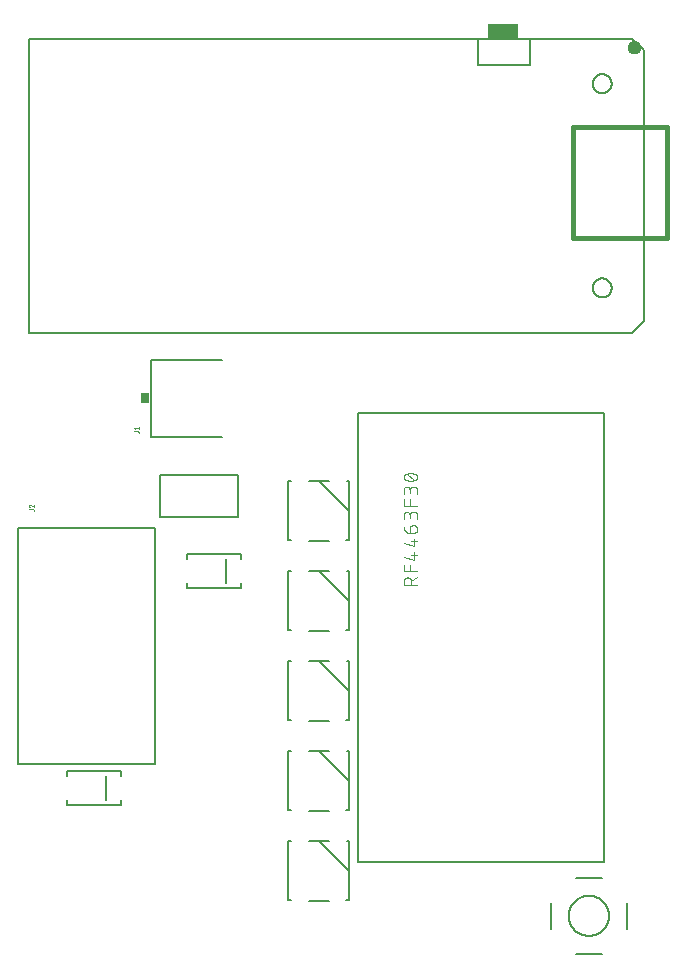
<source format=gto>
G04 EAGLE Gerber RS-274X export*
G75*
%MOMM*%
%FSLAX34Y34*%
%LPD*%
%INSilkscreen Top*%
%IPPOS*%
%AMOC8*
5,1,8,0,0,1.08239X$1,22.5*%
G01*
%ADD10C,0.203200*%
%ADD11C,0.150000*%
%ADD12C,0.400000*%
%ADD13C,0.800000*%
%ADD14R,2.540000X1.270000*%
%ADD15R,0.762000X0.863600*%
%ADD16C,0.025400*%
%ADD17C,0.127000*%
%ADD18C,0.101600*%


D10*
X46850Y168750D02*
X46850Y173250D01*
X92850Y173250D01*
X92850Y168750D01*
X92850Y148750D02*
X92850Y144250D01*
X46850Y144250D01*
X46850Y148750D01*
X79850Y148750D02*
X79850Y168750D01*
X234188Y292608D02*
X236728Y292608D01*
X234188Y292608D02*
X234188Y293116D01*
X234239Y293116D01*
X234239Y342621D01*
X236550Y342621D01*
X283540Y292405D02*
X286258Y292405D01*
X286258Y292913D01*
X286283Y292913D01*
X286283Y342595D01*
X284023Y342595D01*
X269240Y292100D02*
X252222Y292100D01*
X251714Y342900D02*
X260350Y342900D01*
X268986Y342900D01*
X260350Y342900D02*
X285750Y317500D01*
X236728Y368808D02*
X234188Y368808D01*
X234188Y369316D01*
X234239Y369316D01*
X234239Y418821D01*
X236550Y418821D01*
X283540Y368605D02*
X286258Y368605D01*
X286258Y369113D01*
X286283Y369113D01*
X286283Y418795D01*
X284023Y418795D01*
X269240Y368300D02*
X252222Y368300D01*
X251714Y419100D02*
X260350Y419100D01*
X268986Y419100D01*
X260350Y419100D02*
X285750Y393700D01*
X236728Y216408D02*
X234188Y216408D01*
X234188Y216916D01*
X234239Y216916D01*
X234239Y266421D01*
X236550Y266421D01*
X283540Y216205D02*
X286258Y216205D01*
X286258Y216713D01*
X286283Y216713D01*
X286283Y266395D01*
X284023Y266395D01*
X269240Y215900D02*
X252222Y215900D01*
X251714Y266700D02*
X260350Y266700D01*
X268986Y266700D01*
X260350Y266700D02*
X285750Y241300D01*
X236728Y140208D02*
X234188Y140208D01*
X234188Y140716D01*
X234239Y140716D01*
X234239Y190221D01*
X236550Y190221D01*
X283540Y140005D02*
X286258Y140005D01*
X286258Y140513D01*
X286283Y140513D01*
X286283Y190195D01*
X284023Y190195D01*
X269240Y139700D02*
X252222Y139700D01*
X251714Y190500D02*
X260350Y190500D01*
X268986Y190500D01*
X260350Y190500D02*
X285750Y165100D01*
X236728Y64008D02*
X234188Y64008D01*
X234188Y64516D01*
X234239Y64516D01*
X234239Y114021D01*
X236550Y114021D01*
X283540Y63805D02*
X286258Y63805D01*
X286258Y64313D01*
X286283Y64313D01*
X286283Y113995D01*
X284023Y113995D01*
X269240Y63500D02*
X252222Y63500D01*
X251714Y114300D02*
X260350Y114300D01*
X268986Y114300D01*
X260350Y114300D02*
X285750Y88900D01*
X148450Y352900D02*
X148450Y357400D01*
X194450Y357400D01*
X194450Y352900D01*
X194450Y332900D02*
X194450Y328400D01*
X148450Y328400D01*
X148450Y332900D01*
X181450Y332900D02*
X181450Y352900D01*
X125980Y388620D02*
X125980Y424180D01*
X191520Y424180D01*
X191520Y388620D01*
X125980Y388620D01*
D11*
X15250Y544450D02*
X15250Y793450D01*
X525250Y793450D01*
X535250Y783450D01*
X535250Y554450D01*
X525250Y544450D01*
X15250Y544450D01*
D12*
X475250Y624450D02*
X555250Y624450D01*
X475250Y624450D02*
X475250Y718450D01*
X555250Y718450D01*
X555250Y624450D01*
D13*
X525254Y786130D02*
X525256Y786214D01*
X525262Y786298D01*
X525272Y786382D01*
X525285Y786465D01*
X525303Y786547D01*
X525325Y786629D01*
X525350Y786709D01*
X525379Y786788D01*
X525412Y786866D01*
X525448Y786942D01*
X525488Y787016D01*
X525531Y787088D01*
X525577Y787158D01*
X525627Y787226D01*
X525680Y787292D01*
X525736Y787355D01*
X525795Y787415D01*
X525857Y787472D01*
X525921Y787527D01*
X525988Y787578D01*
X526057Y787626D01*
X526128Y787671D01*
X526201Y787713D01*
X526276Y787751D01*
X526353Y787785D01*
X526431Y787816D01*
X526511Y787843D01*
X526592Y787867D01*
X526674Y787886D01*
X526757Y787902D01*
X526840Y787914D01*
X526924Y787922D01*
X527008Y787926D01*
X527092Y787926D01*
X527176Y787922D01*
X527260Y787914D01*
X527343Y787902D01*
X527426Y787886D01*
X527508Y787867D01*
X527589Y787843D01*
X527669Y787816D01*
X527747Y787785D01*
X527824Y787751D01*
X527899Y787713D01*
X527972Y787671D01*
X528043Y787626D01*
X528112Y787578D01*
X528179Y787527D01*
X528243Y787472D01*
X528305Y787415D01*
X528364Y787355D01*
X528420Y787292D01*
X528473Y787226D01*
X528523Y787158D01*
X528569Y787088D01*
X528612Y787016D01*
X528652Y786942D01*
X528688Y786866D01*
X528721Y786788D01*
X528750Y786709D01*
X528775Y786629D01*
X528797Y786547D01*
X528815Y786465D01*
X528828Y786382D01*
X528838Y786298D01*
X528844Y786214D01*
X528846Y786130D01*
X528844Y786046D01*
X528838Y785962D01*
X528828Y785878D01*
X528815Y785795D01*
X528797Y785713D01*
X528775Y785631D01*
X528750Y785551D01*
X528721Y785472D01*
X528688Y785394D01*
X528652Y785318D01*
X528612Y785244D01*
X528569Y785172D01*
X528523Y785102D01*
X528473Y785034D01*
X528420Y784968D01*
X528364Y784905D01*
X528305Y784845D01*
X528243Y784788D01*
X528179Y784733D01*
X528112Y784682D01*
X528043Y784634D01*
X527972Y784589D01*
X527899Y784547D01*
X527824Y784509D01*
X527747Y784475D01*
X527669Y784444D01*
X527589Y784417D01*
X527508Y784393D01*
X527426Y784374D01*
X527343Y784358D01*
X527260Y784346D01*
X527176Y784338D01*
X527092Y784334D01*
X527008Y784334D01*
X526924Y784338D01*
X526840Y784346D01*
X526757Y784358D01*
X526674Y784374D01*
X526592Y784393D01*
X526511Y784417D01*
X526431Y784444D01*
X526353Y784475D01*
X526276Y784509D01*
X526201Y784547D01*
X526128Y784589D01*
X526057Y784634D01*
X525988Y784682D01*
X525921Y784733D01*
X525857Y784788D01*
X525795Y784845D01*
X525736Y784905D01*
X525680Y784968D01*
X525627Y785034D01*
X525577Y785102D01*
X525531Y785172D01*
X525488Y785244D01*
X525448Y785318D01*
X525412Y785394D01*
X525379Y785472D01*
X525350Y785551D01*
X525325Y785631D01*
X525303Y785713D01*
X525285Y785795D01*
X525272Y785878D01*
X525262Y785962D01*
X525256Y786046D01*
X525254Y786130D01*
D11*
X492218Y582450D02*
X492220Y582647D01*
X492228Y582844D01*
X492240Y583041D01*
X492257Y583237D01*
X492278Y583433D01*
X492305Y583629D01*
X492336Y583823D01*
X492372Y584017D01*
X492413Y584210D01*
X492459Y584402D01*
X492509Y584592D01*
X492564Y584782D01*
X492623Y584969D01*
X492688Y585156D01*
X492756Y585341D01*
X492829Y585524D01*
X492907Y585705D01*
X492989Y585884D01*
X493076Y586061D01*
X493166Y586236D01*
X493261Y586409D01*
X493361Y586579D01*
X493464Y586747D01*
X493572Y586912D01*
X493683Y587075D01*
X493799Y587235D01*
X493918Y587392D01*
X494041Y587545D01*
X494168Y587696D01*
X494299Y587844D01*
X494433Y587988D01*
X494571Y588129D01*
X494712Y588267D01*
X494856Y588401D01*
X495004Y588532D01*
X495155Y588659D01*
X495308Y588782D01*
X495465Y588901D01*
X495625Y589017D01*
X495788Y589128D01*
X495953Y589236D01*
X496121Y589339D01*
X496291Y589439D01*
X496464Y589534D01*
X496639Y589624D01*
X496816Y589711D01*
X496995Y589793D01*
X497176Y589871D01*
X497359Y589944D01*
X497544Y590012D01*
X497731Y590077D01*
X497918Y590136D01*
X498108Y590191D01*
X498298Y590241D01*
X498490Y590287D01*
X498683Y590328D01*
X498877Y590364D01*
X499071Y590395D01*
X499267Y590422D01*
X499463Y590443D01*
X499659Y590460D01*
X499856Y590472D01*
X500053Y590480D01*
X500250Y590482D01*
X500447Y590480D01*
X500644Y590472D01*
X500841Y590460D01*
X501037Y590443D01*
X501233Y590422D01*
X501429Y590395D01*
X501623Y590364D01*
X501817Y590328D01*
X502010Y590287D01*
X502202Y590241D01*
X502392Y590191D01*
X502582Y590136D01*
X502769Y590077D01*
X502956Y590012D01*
X503141Y589944D01*
X503324Y589871D01*
X503505Y589793D01*
X503684Y589711D01*
X503861Y589624D01*
X504036Y589534D01*
X504209Y589439D01*
X504379Y589339D01*
X504547Y589236D01*
X504712Y589128D01*
X504875Y589017D01*
X505035Y588901D01*
X505192Y588782D01*
X505345Y588659D01*
X505496Y588532D01*
X505644Y588401D01*
X505788Y588267D01*
X505929Y588129D01*
X506067Y587988D01*
X506201Y587844D01*
X506332Y587696D01*
X506459Y587545D01*
X506582Y587392D01*
X506701Y587235D01*
X506817Y587075D01*
X506928Y586912D01*
X507036Y586747D01*
X507139Y586579D01*
X507239Y586409D01*
X507334Y586236D01*
X507424Y586061D01*
X507511Y585884D01*
X507593Y585705D01*
X507671Y585524D01*
X507744Y585341D01*
X507812Y585156D01*
X507877Y584969D01*
X507936Y584782D01*
X507991Y584592D01*
X508041Y584402D01*
X508087Y584210D01*
X508128Y584017D01*
X508164Y583823D01*
X508195Y583629D01*
X508222Y583433D01*
X508243Y583237D01*
X508260Y583041D01*
X508272Y582844D01*
X508280Y582647D01*
X508282Y582450D01*
X508280Y582253D01*
X508272Y582056D01*
X508260Y581859D01*
X508243Y581663D01*
X508222Y581467D01*
X508195Y581271D01*
X508164Y581077D01*
X508128Y580883D01*
X508087Y580690D01*
X508041Y580498D01*
X507991Y580308D01*
X507936Y580118D01*
X507877Y579931D01*
X507812Y579744D01*
X507744Y579559D01*
X507671Y579376D01*
X507593Y579195D01*
X507511Y579016D01*
X507424Y578839D01*
X507334Y578664D01*
X507239Y578491D01*
X507139Y578321D01*
X507036Y578153D01*
X506928Y577988D01*
X506817Y577825D01*
X506701Y577665D01*
X506582Y577508D01*
X506459Y577355D01*
X506332Y577204D01*
X506201Y577056D01*
X506067Y576912D01*
X505929Y576771D01*
X505788Y576633D01*
X505644Y576499D01*
X505496Y576368D01*
X505345Y576241D01*
X505192Y576118D01*
X505035Y575999D01*
X504875Y575883D01*
X504712Y575772D01*
X504547Y575664D01*
X504379Y575561D01*
X504209Y575461D01*
X504036Y575366D01*
X503861Y575276D01*
X503684Y575189D01*
X503505Y575107D01*
X503324Y575029D01*
X503141Y574956D01*
X502956Y574888D01*
X502769Y574823D01*
X502582Y574764D01*
X502392Y574709D01*
X502202Y574659D01*
X502010Y574613D01*
X501817Y574572D01*
X501623Y574536D01*
X501429Y574505D01*
X501233Y574478D01*
X501037Y574457D01*
X500841Y574440D01*
X500644Y574428D01*
X500447Y574420D01*
X500250Y574418D01*
X500053Y574420D01*
X499856Y574428D01*
X499659Y574440D01*
X499463Y574457D01*
X499267Y574478D01*
X499071Y574505D01*
X498877Y574536D01*
X498683Y574572D01*
X498490Y574613D01*
X498298Y574659D01*
X498108Y574709D01*
X497918Y574764D01*
X497731Y574823D01*
X497544Y574888D01*
X497359Y574956D01*
X497176Y575029D01*
X496995Y575107D01*
X496816Y575189D01*
X496639Y575276D01*
X496464Y575366D01*
X496291Y575461D01*
X496121Y575561D01*
X495953Y575664D01*
X495788Y575772D01*
X495625Y575883D01*
X495465Y575999D01*
X495308Y576118D01*
X495155Y576241D01*
X495004Y576368D01*
X494856Y576499D01*
X494712Y576633D01*
X494571Y576771D01*
X494433Y576912D01*
X494299Y577056D01*
X494168Y577204D01*
X494041Y577355D01*
X493918Y577508D01*
X493799Y577665D01*
X493683Y577825D01*
X493572Y577988D01*
X493464Y578153D01*
X493361Y578321D01*
X493261Y578491D01*
X493166Y578664D01*
X493076Y578839D01*
X492989Y579016D01*
X492907Y579195D01*
X492829Y579376D01*
X492756Y579559D01*
X492688Y579744D01*
X492623Y579931D01*
X492564Y580118D01*
X492509Y580308D01*
X492459Y580498D01*
X492413Y580690D01*
X492372Y580883D01*
X492336Y581077D01*
X492305Y581271D01*
X492278Y581467D01*
X492257Y581663D01*
X492240Y581859D01*
X492228Y582056D01*
X492220Y582253D01*
X492218Y582450D01*
X492218Y755450D02*
X492220Y755647D01*
X492228Y755844D01*
X492240Y756041D01*
X492257Y756237D01*
X492278Y756433D01*
X492305Y756629D01*
X492336Y756823D01*
X492372Y757017D01*
X492413Y757210D01*
X492459Y757402D01*
X492509Y757592D01*
X492564Y757782D01*
X492623Y757969D01*
X492688Y758156D01*
X492756Y758341D01*
X492829Y758524D01*
X492907Y758705D01*
X492989Y758884D01*
X493076Y759061D01*
X493166Y759236D01*
X493261Y759409D01*
X493361Y759579D01*
X493464Y759747D01*
X493572Y759912D01*
X493683Y760075D01*
X493799Y760235D01*
X493918Y760392D01*
X494041Y760545D01*
X494168Y760696D01*
X494299Y760844D01*
X494433Y760988D01*
X494571Y761129D01*
X494712Y761267D01*
X494856Y761401D01*
X495004Y761532D01*
X495155Y761659D01*
X495308Y761782D01*
X495465Y761901D01*
X495625Y762017D01*
X495788Y762128D01*
X495953Y762236D01*
X496121Y762339D01*
X496291Y762439D01*
X496464Y762534D01*
X496639Y762624D01*
X496816Y762711D01*
X496995Y762793D01*
X497176Y762871D01*
X497359Y762944D01*
X497544Y763012D01*
X497731Y763077D01*
X497918Y763136D01*
X498108Y763191D01*
X498298Y763241D01*
X498490Y763287D01*
X498683Y763328D01*
X498877Y763364D01*
X499071Y763395D01*
X499267Y763422D01*
X499463Y763443D01*
X499659Y763460D01*
X499856Y763472D01*
X500053Y763480D01*
X500250Y763482D01*
X500447Y763480D01*
X500644Y763472D01*
X500841Y763460D01*
X501037Y763443D01*
X501233Y763422D01*
X501429Y763395D01*
X501623Y763364D01*
X501817Y763328D01*
X502010Y763287D01*
X502202Y763241D01*
X502392Y763191D01*
X502582Y763136D01*
X502769Y763077D01*
X502956Y763012D01*
X503141Y762944D01*
X503324Y762871D01*
X503505Y762793D01*
X503684Y762711D01*
X503861Y762624D01*
X504036Y762534D01*
X504209Y762439D01*
X504379Y762339D01*
X504547Y762236D01*
X504712Y762128D01*
X504875Y762017D01*
X505035Y761901D01*
X505192Y761782D01*
X505345Y761659D01*
X505496Y761532D01*
X505644Y761401D01*
X505788Y761267D01*
X505929Y761129D01*
X506067Y760988D01*
X506201Y760844D01*
X506332Y760696D01*
X506459Y760545D01*
X506582Y760392D01*
X506701Y760235D01*
X506817Y760075D01*
X506928Y759912D01*
X507036Y759747D01*
X507139Y759579D01*
X507239Y759409D01*
X507334Y759236D01*
X507424Y759061D01*
X507511Y758884D01*
X507593Y758705D01*
X507671Y758524D01*
X507744Y758341D01*
X507812Y758156D01*
X507877Y757969D01*
X507936Y757782D01*
X507991Y757592D01*
X508041Y757402D01*
X508087Y757210D01*
X508128Y757017D01*
X508164Y756823D01*
X508195Y756629D01*
X508222Y756433D01*
X508243Y756237D01*
X508260Y756041D01*
X508272Y755844D01*
X508280Y755647D01*
X508282Y755450D01*
X508280Y755253D01*
X508272Y755056D01*
X508260Y754859D01*
X508243Y754663D01*
X508222Y754467D01*
X508195Y754271D01*
X508164Y754077D01*
X508128Y753883D01*
X508087Y753690D01*
X508041Y753498D01*
X507991Y753308D01*
X507936Y753118D01*
X507877Y752931D01*
X507812Y752744D01*
X507744Y752559D01*
X507671Y752376D01*
X507593Y752195D01*
X507511Y752016D01*
X507424Y751839D01*
X507334Y751664D01*
X507239Y751491D01*
X507139Y751321D01*
X507036Y751153D01*
X506928Y750988D01*
X506817Y750825D01*
X506701Y750665D01*
X506582Y750508D01*
X506459Y750355D01*
X506332Y750204D01*
X506201Y750056D01*
X506067Y749912D01*
X505929Y749771D01*
X505788Y749633D01*
X505644Y749499D01*
X505496Y749368D01*
X505345Y749241D01*
X505192Y749118D01*
X505035Y748999D01*
X504875Y748883D01*
X504712Y748772D01*
X504547Y748664D01*
X504379Y748561D01*
X504209Y748461D01*
X504036Y748366D01*
X503861Y748276D01*
X503684Y748189D01*
X503505Y748107D01*
X503324Y748029D01*
X503141Y747956D01*
X502956Y747888D01*
X502769Y747823D01*
X502582Y747764D01*
X502392Y747709D01*
X502202Y747659D01*
X502010Y747613D01*
X501817Y747572D01*
X501623Y747536D01*
X501429Y747505D01*
X501233Y747478D01*
X501037Y747457D01*
X500841Y747440D01*
X500644Y747428D01*
X500447Y747420D01*
X500250Y747418D01*
X500053Y747420D01*
X499856Y747428D01*
X499659Y747440D01*
X499463Y747457D01*
X499267Y747478D01*
X499071Y747505D01*
X498877Y747536D01*
X498683Y747572D01*
X498490Y747613D01*
X498298Y747659D01*
X498108Y747709D01*
X497918Y747764D01*
X497731Y747823D01*
X497544Y747888D01*
X497359Y747956D01*
X497176Y748029D01*
X496995Y748107D01*
X496816Y748189D01*
X496639Y748276D01*
X496464Y748366D01*
X496291Y748461D01*
X496121Y748561D01*
X495953Y748664D01*
X495788Y748772D01*
X495625Y748883D01*
X495465Y748999D01*
X495308Y749118D01*
X495155Y749241D01*
X495004Y749368D01*
X494856Y749499D01*
X494712Y749633D01*
X494571Y749771D01*
X494433Y749912D01*
X494299Y750056D01*
X494168Y750204D01*
X494041Y750355D01*
X493918Y750508D01*
X493799Y750665D01*
X493683Y750825D01*
X493572Y750988D01*
X493464Y751153D01*
X493361Y751321D01*
X493261Y751491D01*
X493166Y751664D01*
X493076Y751839D01*
X492989Y752016D01*
X492907Y752195D01*
X492829Y752376D01*
X492756Y752559D01*
X492688Y752744D01*
X492623Y752931D01*
X492564Y753118D01*
X492509Y753308D01*
X492459Y753498D01*
X492413Y753690D01*
X492372Y753883D01*
X492336Y754077D01*
X492305Y754271D01*
X492278Y754467D01*
X492257Y754663D01*
X492240Y754859D01*
X492228Y755056D01*
X492220Y755253D01*
X492218Y755450D01*
D14*
X416560Y800100D03*
D11*
X394970Y792480D02*
X394970Y770890D01*
X439420Y770890D01*
X439420Y792480D01*
D10*
X178054Y456184D02*
X118110Y456180D01*
X118110Y521720D01*
X178054Y521716D01*
D15*
X113284Y488950D03*
D16*
X107076Y460947D02*
X104113Y460947D01*
X107076Y460947D02*
X107131Y460945D01*
X107187Y460940D01*
X107241Y460931D01*
X107295Y460918D01*
X107348Y460902D01*
X107400Y460883D01*
X107451Y460860D01*
X107500Y460834D01*
X107547Y460804D01*
X107592Y460772D01*
X107634Y460737D01*
X107675Y460699D01*
X107713Y460658D01*
X107748Y460616D01*
X107780Y460571D01*
X107810Y460523D01*
X107836Y460475D01*
X107859Y460424D01*
X107878Y460372D01*
X107894Y460319D01*
X107907Y460265D01*
X107916Y460211D01*
X107921Y460155D01*
X107923Y460100D01*
X107923Y459677D01*
X104960Y462597D02*
X104113Y463655D01*
X107923Y463655D01*
X107923Y462597D02*
X107923Y464713D01*
X18076Y395097D02*
X15113Y395097D01*
X18076Y395097D02*
X18131Y395095D01*
X18187Y395090D01*
X18241Y395081D01*
X18295Y395068D01*
X18348Y395052D01*
X18400Y395033D01*
X18451Y395010D01*
X18500Y394984D01*
X18547Y394954D01*
X18592Y394922D01*
X18634Y394887D01*
X18675Y394849D01*
X18713Y394808D01*
X18748Y394766D01*
X18780Y394721D01*
X18810Y394673D01*
X18836Y394625D01*
X18859Y394574D01*
X18878Y394522D01*
X18894Y394469D01*
X18907Y394415D01*
X18916Y394361D01*
X18921Y394305D01*
X18923Y394250D01*
X18923Y393827D01*
X15113Y397911D02*
X15115Y397971D01*
X15121Y398030D01*
X15130Y398090D01*
X15143Y398148D01*
X15160Y398205D01*
X15180Y398262D01*
X15204Y398317D01*
X15231Y398370D01*
X15261Y398422D01*
X15295Y398471D01*
X15332Y398518D01*
X15371Y398563D01*
X15414Y398606D01*
X15459Y398645D01*
X15506Y398682D01*
X15555Y398716D01*
X15607Y398746D01*
X15660Y398773D01*
X15715Y398797D01*
X15772Y398817D01*
X15829Y398834D01*
X15887Y398847D01*
X15947Y398856D01*
X16006Y398862D01*
X16066Y398864D01*
X15113Y397911D02*
X15115Y397844D01*
X15120Y397777D01*
X15129Y397711D01*
X15142Y397645D01*
X15158Y397581D01*
X15178Y397517D01*
X15202Y397454D01*
X15228Y397392D01*
X15258Y397333D01*
X15291Y397275D01*
X15328Y397218D01*
X15367Y397164D01*
X15409Y397112D01*
X15454Y397063D01*
X15502Y397016D01*
X15552Y396972D01*
X15605Y396930D01*
X15660Y396892D01*
X15716Y396856D01*
X15775Y396824D01*
X15835Y396795D01*
X15897Y396769D01*
X15960Y396747D01*
X16807Y398545D02*
X16765Y398587D01*
X16720Y398626D01*
X16674Y398663D01*
X16625Y398697D01*
X16575Y398727D01*
X16523Y398755D01*
X16469Y398780D01*
X16414Y398802D01*
X16358Y398821D01*
X16301Y398836D01*
X16243Y398848D01*
X16184Y398856D01*
X16125Y398861D01*
X16066Y398863D01*
X16806Y398546D02*
X18923Y396747D01*
X18923Y398863D01*
D10*
X5250Y379150D02*
X5250Y179650D01*
X5250Y379150D02*
X121250Y379150D01*
X121250Y179650D01*
X5250Y179650D01*
D17*
X293650Y96250D02*
X293650Y476250D01*
X501650Y476250D01*
X501650Y96250D01*
X293650Y96250D01*
D18*
X332108Y330708D02*
X343792Y330708D01*
X332108Y330708D02*
X332108Y333954D01*
X332110Y334067D01*
X332116Y334180D01*
X332126Y334293D01*
X332140Y334406D01*
X332157Y334518D01*
X332179Y334629D01*
X332204Y334739D01*
X332234Y334849D01*
X332267Y334957D01*
X332304Y335064D01*
X332344Y335170D01*
X332389Y335274D01*
X332437Y335377D01*
X332488Y335478D01*
X332543Y335577D01*
X332601Y335674D01*
X332663Y335769D01*
X332728Y335862D01*
X332796Y335952D01*
X332867Y336040D01*
X332942Y336126D01*
X333019Y336209D01*
X333099Y336289D01*
X333182Y336366D01*
X333268Y336441D01*
X333356Y336512D01*
X333446Y336580D01*
X333539Y336645D01*
X333634Y336707D01*
X333731Y336765D01*
X333830Y336820D01*
X333931Y336871D01*
X334034Y336919D01*
X334138Y336964D01*
X334244Y337004D01*
X334351Y337041D01*
X334459Y337074D01*
X334569Y337104D01*
X334679Y337129D01*
X334790Y337151D01*
X334902Y337168D01*
X335015Y337182D01*
X335128Y337192D01*
X335241Y337198D01*
X335354Y337200D01*
X335467Y337198D01*
X335580Y337192D01*
X335693Y337182D01*
X335806Y337168D01*
X335918Y337151D01*
X336029Y337129D01*
X336139Y337104D01*
X336249Y337074D01*
X336357Y337041D01*
X336464Y337004D01*
X336570Y336964D01*
X336674Y336919D01*
X336777Y336871D01*
X336878Y336820D01*
X336977Y336765D01*
X337074Y336707D01*
X337169Y336645D01*
X337262Y336580D01*
X337352Y336512D01*
X337440Y336441D01*
X337526Y336366D01*
X337609Y336289D01*
X337689Y336209D01*
X337766Y336126D01*
X337841Y336040D01*
X337912Y335952D01*
X337980Y335862D01*
X338045Y335769D01*
X338107Y335674D01*
X338165Y335577D01*
X338220Y335478D01*
X338271Y335377D01*
X338319Y335274D01*
X338364Y335170D01*
X338404Y335064D01*
X338441Y334957D01*
X338474Y334849D01*
X338504Y334739D01*
X338529Y334629D01*
X338551Y334518D01*
X338568Y334406D01*
X338582Y334293D01*
X338592Y334180D01*
X338598Y334067D01*
X338600Y333954D01*
X338599Y333954D02*
X338599Y330708D01*
X338599Y334603D02*
X343792Y337199D01*
X343792Y342468D02*
X332108Y342468D01*
X332108Y347661D01*
X337301Y347661D02*
X337301Y342468D01*
X341196Y351970D02*
X332108Y354567D01*
X341196Y351970D02*
X341196Y358461D01*
X338599Y356514D02*
X343792Y356514D01*
X341196Y363400D02*
X332108Y365997D01*
X341196Y363400D02*
X341196Y369891D01*
X338599Y367944D02*
X343792Y367944D01*
X337301Y374830D02*
X337301Y378725D01*
X337303Y378824D01*
X337309Y378924D01*
X337318Y379023D01*
X337331Y379121D01*
X337348Y379219D01*
X337369Y379317D01*
X337394Y379413D01*
X337422Y379508D01*
X337454Y379602D01*
X337489Y379695D01*
X337528Y379787D01*
X337571Y379877D01*
X337616Y379965D01*
X337666Y380052D01*
X337718Y380136D01*
X337774Y380219D01*
X337832Y380299D01*
X337894Y380377D01*
X337959Y380452D01*
X338027Y380525D01*
X338097Y380595D01*
X338170Y380663D01*
X338245Y380728D01*
X338323Y380790D01*
X338403Y380848D01*
X338486Y380904D01*
X338570Y380956D01*
X338657Y381006D01*
X338745Y381051D01*
X338835Y381094D01*
X338927Y381133D01*
X339020Y381168D01*
X339114Y381200D01*
X339209Y381228D01*
X339305Y381253D01*
X339403Y381274D01*
X339501Y381291D01*
X339599Y381304D01*
X339698Y381313D01*
X339798Y381319D01*
X339897Y381321D01*
X340546Y381321D01*
X340546Y381322D02*
X340659Y381320D01*
X340772Y381314D01*
X340885Y381304D01*
X340998Y381290D01*
X341110Y381273D01*
X341221Y381251D01*
X341331Y381226D01*
X341441Y381196D01*
X341549Y381163D01*
X341656Y381126D01*
X341762Y381086D01*
X341866Y381041D01*
X341969Y380993D01*
X342070Y380942D01*
X342169Y380887D01*
X342266Y380829D01*
X342361Y380767D01*
X342454Y380702D01*
X342544Y380634D01*
X342632Y380563D01*
X342718Y380488D01*
X342801Y380411D01*
X342881Y380331D01*
X342958Y380248D01*
X343033Y380162D01*
X343104Y380074D01*
X343172Y379984D01*
X343237Y379891D01*
X343299Y379796D01*
X343357Y379699D01*
X343412Y379600D01*
X343463Y379499D01*
X343511Y379396D01*
X343556Y379292D01*
X343596Y379186D01*
X343633Y379079D01*
X343666Y378971D01*
X343696Y378861D01*
X343721Y378751D01*
X343743Y378640D01*
X343760Y378528D01*
X343774Y378415D01*
X343784Y378302D01*
X343790Y378189D01*
X343792Y378076D01*
X343790Y377963D01*
X343784Y377850D01*
X343774Y377737D01*
X343760Y377624D01*
X343743Y377512D01*
X343721Y377401D01*
X343696Y377291D01*
X343666Y377181D01*
X343633Y377073D01*
X343596Y376966D01*
X343556Y376860D01*
X343511Y376756D01*
X343463Y376653D01*
X343412Y376552D01*
X343357Y376453D01*
X343299Y376356D01*
X343237Y376261D01*
X343172Y376168D01*
X343104Y376078D01*
X343033Y375990D01*
X342958Y375904D01*
X342881Y375821D01*
X342801Y375741D01*
X342718Y375664D01*
X342632Y375589D01*
X342544Y375518D01*
X342454Y375450D01*
X342361Y375385D01*
X342266Y375323D01*
X342169Y375265D01*
X342070Y375210D01*
X341969Y375159D01*
X341866Y375111D01*
X341762Y375066D01*
X341656Y375026D01*
X341549Y374989D01*
X341441Y374956D01*
X341331Y374926D01*
X341221Y374901D01*
X341110Y374879D01*
X340998Y374862D01*
X340885Y374848D01*
X340772Y374838D01*
X340659Y374832D01*
X340546Y374830D01*
X337301Y374830D01*
X337158Y374832D01*
X337015Y374838D01*
X336872Y374848D01*
X336730Y374862D01*
X336588Y374879D01*
X336446Y374901D01*
X336305Y374926D01*
X336165Y374956D01*
X336026Y374989D01*
X335888Y375026D01*
X335751Y375067D01*
X335615Y375111D01*
X335480Y375160D01*
X335347Y375212D01*
X335215Y375267D01*
X335085Y375327D01*
X334956Y375390D01*
X334829Y375456D01*
X334705Y375526D01*
X334582Y375599D01*
X334461Y375676D01*
X334342Y375755D01*
X334226Y375839D01*
X334111Y375925D01*
X334000Y376014D01*
X333891Y376107D01*
X333784Y376202D01*
X333680Y376301D01*
X333579Y376402D01*
X333480Y376506D01*
X333385Y376612D01*
X333292Y376722D01*
X333203Y376833D01*
X333117Y376947D01*
X333034Y377064D01*
X332954Y377183D01*
X332877Y377304D01*
X332804Y377426D01*
X332734Y377551D01*
X332668Y377678D01*
X332605Y377807D01*
X332545Y377937D01*
X332490Y378069D01*
X332438Y378202D01*
X332389Y378337D01*
X332345Y378473D01*
X332304Y378610D01*
X332267Y378748D01*
X332234Y378887D01*
X332204Y379027D01*
X332179Y379168D01*
X332157Y379310D01*
X332140Y379452D01*
X332126Y379594D01*
X332116Y379737D01*
X332110Y379880D01*
X332108Y380023D01*
X343792Y386260D02*
X343792Y389506D01*
X343790Y389619D01*
X343784Y389732D01*
X343774Y389845D01*
X343760Y389958D01*
X343743Y390070D01*
X343721Y390181D01*
X343696Y390291D01*
X343666Y390401D01*
X343633Y390509D01*
X343596Y390616D01*
X343556Y390722D01*
X343511Y390826D01*
X343463Y390929D01*
X343412Y391030D01*
X343357Y391129D01*
X343299Y391226D01*
X343237Y391321D01*
X343172Y391414D01*
X343104Y391504D01*
X343033Y391592D01*
X342958Y391678D01*
X342881Y391761D01*
X342801Y391841D01*
X342718Y391918D01*
X342632Y391993D01*
X342544Y392064D01*
X342454Y392132D01*
X342361Y392197D01*
X342266Y392259D01*
X342169Y392317D01*
X342070Y392372D01*
X341969Y392423D01*
X341866Y392471D01*
X341762Y392516D01*
X341656Y392556D01*
X341549Y392593D01*
X341441Y392626D01*
X341331Y392656D01*
X341221Y392681D01*
X341110Y392703D01*
X340998Y392720D01*
X340885Y392734D01*
X340772Y392744D01*
X340659Y392750D01*
X340546Y392752D01*
X340433Y392750D01*
X340320Y392744D01*
X340207Y392734D01*
X340094Y392720D01*
X339982Y392703D01*
X339871Y392681D01*
X339761Y392656D01*
X339651Y392626D01*
X339543Y392593D01*
X339436Y392556D01*
X339330Y392516D01*
X339226Y392471D01*
X339123Y392423D01*
X339022Y392372D01*
X338923Y392317D01*
X338826Y392259D01*
X338731Y392197D01*
X338638Y392132D01*
X338548Y392064D01*
X338460Y391993D01*
X338374Y391918D01*
X338291Y391841D01*
X338211Y391761D01*
X338134Y391678D01*
X338059Y391592D01*
X337988Y391504D01*
X337920Y391414D01*
X337855Y391321D01*
X337793Y391226D01*
X337735Y391129D01*
X337680Y391030D01*
X337629Y390929D01*
X337581Y390826D01*
X337536Y390722D01*
X337496Y390616D01*
X337459Y390509D01*
X337426Y390401D01*
X337396Y390291D01*
X337371Y390181D01*
X337349Y390070D01*
X337332Y389958D01*
X337318Y389845D01*
X337308Y389732D01*
X337302Y389619D01*
X337300Y389506D01*
X332108Y390155D02*
X332108Y386260D01*
X332108Y390155D02*
X332110Y390256D01*
X332116Y390356D01*
X332126Y390456D01*
X332139Y390556D01*
X332157Y390655D01*
X332178Y390754D01*
X332203Y390851D01*
X332232Y390948D01*
X332265Y391043D01*
X332301Y391137D01*
X332341Y391229D01*
X332384Y391320D01*
X332431Y391409D01*
X332481Y391496D01*
X332535Y391582D01*
X332592Y391665D01*
X332652Y391745D01*
X332715Y391824D01*
X332782Y391900D01*
X332851Y391973D01*
X332923Y392043D01*
X332997Y392111D01*
X333074Y392176D01*
X333154Y392237D01*
X333236Y392296D01*
X333320Y392351D01*
X333406Y392403D01*
X333494Y392452D01*
X333584Y392497D01*
X333676Y392539D01*
X333769Y392577D01*
X333864Y392611D01*
X333959Y392642D01*
X334056Y392669D01*
X334154Y392692D01*
X334253Y392712D01*
X334353Y392727D01*
X334453Y392739D01*
X334553Y392747D01*
X334654Y392751D01*
X334754Y392751D01*
X334855Y392747D01*
X334955Y392739D01*
X335055Y392727D01*
X335155Y392712D01*
X335254Y392692D01*
X335352Y392669D01*
X335449Y392642D01*
X335544Y392611D01*
X335639Y392577D01*
X335732Y392539D01*
X335824Y392497D01*
X335914Y392452D01*
X336002Y392403D01*
X336088Y392351D01*
X336172Y392296D01*
X336254Y392237D01*
X336334Y392176D01*
X336411Y392111D01*
X336485Y392043D01*
X336557Y391973D01*
X336626Y391900D01*
X336693Y391824D01*
X336756Y391745D01*
X336816Y391665D01*
X336873Y391582D01*
X336927Y391496D01*
X336977Y391409D01*
X337024Y391320D01*
X337067Y391229D01*
X337107Y391137D01*
X337143Y391043D01*
X337176Y390948D01*
X337205Y390851D01*
X337230Y390754D01*
X337251Y390655D01*
X337269Y390556D01*
X337282Y390456D01*
X337292Y390356D01*
X337298Y390256D01*
X337300Y390155D01*
X337301Y390155D02*
X337301Y387558D01*
X332108Y398094D02*
X343792Y398094D01*
X332108Y398094D02*
X332108Y403287D01*
X337301Y403287D02*
X337301Y398094D01*
X343792Y407596D02*
X343792Y410842D01*
X343790Y410955D01*
X343784Y411068D01*
X343774Y411181D01*
X343760Y411294D01*
X343743Y411406D01*
X343721Y411517D01*
X343696Y411627D01*
X343666Y411737D01*
X343633Y411845D01*
X343596Y411952D01*
X343556Y412058D01*
X343511Y412162D01*
X343463Y412265D01*
X343412Y412366D01*
X343357Y412465D01*
X343299Y412562D01*
X343237Y412657D01*
X343172Y412750D01*
X343104Y412840D01*
X343033Y412928D01*
X342958Y413014D01*
X342881Y413097D01*
X342801Y413177D01*
X342718Y413254D01*
X342632Y413329D01*
X342544Y413400D01*
X342454Y413468D01*
X342361Y413533D01*
X342266Y413595D01*
X342169Y413653D01*
X342070Y413708D01*
X341969Y413759D01*
X341866Y413807D01*
X341762Y413852D01*
X341656Y413892D01*
X341549Y413929D01*
X341441Y413962D01*
X341331Y413992D01*
X341221Y414017D01*
X341110Y414039D01*
X340998Y414056D01*
X340885Y414070D01*
X340772Y414080D01*
X340659Y414086D01*
X340546Y414088D01*
X340433Y414086D01*
X340320Y414080D01*
X340207Y414070D01*
X340094Y414056D01*
X339982Y414039D01*
X339871Y414017D01*
X339761Y413992D01*
X339651Y413962D01*
X339543Y413929D01*
X339436Y413892D01*
X339330Y413852D01*
X339226Y413807D01*
X339123Y413759D01*
X339022Y413708D01*
X338923Y413653D01*
X338826Y413595D01*
X338731Y413533D01*
X338638Y413468D01*
X338548Y413400D01*
X338460Y413329D01*
X338374Y413254D01*
X338291Y413177D01*
X338211Y413097D01*
X338134Y413014D01*
X338059Y412928D01*
X337988Y412840D01*
X337920Y412750D01*
X337855Y412657D01*
X337793Y412562D01*
X337735Y412465D01*
X337680Y412366D01*
X337629Y412265D01*
X337581Y412162D01*
X337536Y412058D01*
X337496Y411952D01*
X337459Y411845D01*
X337426Y411737D01*
X337396Y411627D01*
X337371Y411517D01*
X337349Y411406D01*
X337332Y411294D01*
X337318Y411181D01*
X337308Y411068D01*
X337302Y410955D01*
X337300Y410842D01*
X332108Y411491D02*
X332108Y407596D01*
X332108Y411491D02*
X332110Y411592D01*
X332116Y411692D01*
X332126Y411792D01*
X332139Y411892D01*
X332157Y411991D01*
X332178Y412090D01*
X332203Y412187D01*
X332232Y412284D01*
X332265Y412379D01*
X332301Y412473D01*
X332341Y412565D01*
X332384Y412656D01*
X332431Y412745D01*
X332481Y412832D01*
X332535Y412918D01*
X332592Y413001D01*
X332652Y413081D01*
X332715Y413160D01*
X332782Y413236D01*
X332851Y413309D01*
X332923Y413379D01*
X332997Y413447D01*
X333074Y413512D01*
X333154Y413573D01*
X333236Y413632D01*
X333320Y413687D01*
X333406Y413739D01*
X333494Y413788D01*
X333584Y413833D01*
X333676Y413875D01*
X333769Y413913D01*
X333864Y413947D01*
X333959Y413978D01*
X334056Y414005D01*
X334154Y414028D01*
X334253Y414048D01*
X334353Y414063D01*
X334453Y414075D01*
X334553Y414083D01*
X334654Y414087D01*
X334754Y414087D01*
X334855Y414083D01*
X334955Y414075D01*
X335055Y414063D01*
X335155Y414048D01*
X335254Y414028D01*
X335352Y414005D01*
X335449Y413978D01*
X335544Y413947D01*
X335639Y413913D01*
X335732Y413875D01*
X335824Y413833D01*
X335914Y413788D01*
X336002Y413739D01*
X336088Y413687D01*
X336172Y413632D01*
X336254Y413573D01*
X336334Y413512D01*
X336411Y413447D01*
X336485Y413379D01*
X336557Y413309D01*
X336626Y413236D01*
X336693Y413160D01*
X336756Y413081D01*
X336816Y413001D01*
X336873Y412918D01*
X336927Y412832D01*
X336977Y412745D01*
X337024Y412656D01*
X337067Y412565D01*
X337107Y412473D01*
X337143Y412379D01*
X337176Y412284D01*
X337205Y412187D01*
X337230Y412090D01*
X337251Y411991D01*
X337269Y411892D01*
X337282Y411792D01*
X337292Y411692D01*
X337298Y411592D01*
X337300Y411491D01*
X337301Y411491D02*
X337301Y408894D01*
X337950Y419026D02*
X337720Y419029D01*
X337490Y419037D01*
X337261Y419051D01*
X337032Y419070D01*
X336803Y419095D01*
X336575Y419125D01*
X336348Y419160D01*
X336122Y419201D01*
X335897Y419247D01*
X335673Y419299D01*
X335450Y419356D01*
X335229Y419418D01*
X335009Y419486D01*
X334791Y419559D01*
X334575Y419637D01*
X334361Y419720D01*
X334149Y419808D01*
X333938Y419901D01*
X333731Y420000D01*
X333641Y420033D01*
X333552Y420069D01*
X333464Y420109D01*
X333379Y420153D01*
X333295Y420200D01*
X333213Y420250D01*
X333133Y420304D01*
X333056Y420360D01*
X332980Y420420D01*
X332907Y420483D01*
X332837Y420548D01*
X332769Y420617D01*
X332705Y420688D01*
X332643Y420761D01*
X332584Y420837D01*
X332528Y420915D01*
X332475Y420996D01*
X332426Y421078D01*
X332380Y421162D01*
X332337Y421249D01*
X332298Y421336D01*
X332262Y421426D01*
X332230Y421516D01*
X332202Y421608D01*
X332177Y421701D01*
X332156Y421795D01*
X332139Y421889D01*
X332125Y421984D01*
X332116Y422080D01*
X332110Y422176D01*
X332108Y422272D01*
X332110Y422368D01*
X332116Y422464D01*
X332125Y422560D01*
X332139Y422655D01*
X332156Y422749D01*
X332177Y422843D01*
X332202Y422936D01*
X332230Y423028D01*
X332262Y423118D01*
X332298Y423208D01*
X332337Y423296D01*
X332380Y423382D01*
X332426Y423466D01*
X332475Y423548D01*
X332528Y423629D01*
X332584Y423707D01*
X332643Y423783D01*
X332705Y423856D01*
X332769Y423927D01*
X332837Y423996D01*
X332907Y424061D01*
X332980Y424124D01*
X333056Y424184D01*
X333133Y424240D01*
X333213Y424294D01*
X333295Y424344D01*
X333379Y424391D01*
X333464Y424435D01*
X333552Y424475D01*
X333641Y424511D01*
X333731Y424544D01*
X333938Y424643D01*
X334149Y424736D01*
X334361Y424824D01*
X334575Y424907D01*
X334791Y424985D01*
X335009Y425058D01*
X335229Y425126D01*
X335450Y425188D01*
X335673Y425245D01*
X335897Y425297D01*
X336122Y425343D01*
X336348Y425384D01*
X336575Y425419D01*
X336803Y425449D01*
X337032Y425474D01*
X337261Y425493D01*
X337490Y425507D01*
X337720Y425515D01*
X337950Y425518D01*
X337950Y419026D02*
X338180Y419029D01*
X338410Y419037D01*
X338639Y419051D01*
X338868Y419070D01*
X339097Y419095D01*
X339325Y419125D01*
X339552Y419160D01*
X339778Y419201D01*
X340003Y419247D01*
X340227Y419299D01*
X340450Y419356D01*
X340671Y419418D01*
X340891Y419486D01*
X341109Y419559D01*
X341325Y419637D01*
X341539Y419720D01*
X341751Y419808D01*
X341962Y419901D01*
X342169Y420000D01*
X342259Y420033D01*
X342348Y420069D01*
X342436Y420110D01*
X342521Y420153D01*
X342605Y420200D01*
X342687Y420250D01*
X342767Y420304D01*
X342844Y420360D01*
X342920Y420420D01*
X342993Y420483D01*
X343063Y420548D01*
X343131Y420617D01*
X343195Y420688D01*
X343257Y420761D01*
X343316Y420837D01*
X343372Y420915D01*
X343425Y420996D01*
X343474Y421078D01*
X343520Y421162D01*
X343563Y421249D01*
X343602Y421336D01*
X343638Y421426D01*
X343670Y421516D01*
X343698Y421608D01*
X343723Y421701D01*
X343744Y421795D01*
X343761Y421889D01*
X343775Y421984D01*
X343784Y422080D01*
X343790Y422176D01*
X343792Y422272D01*
X342169Y424544D02*
X341962Y424643D01*
X341751Y424736D01*
X341539Y424824D01*
X341325Y424907D01*
X341109Y424985D01*
X340891Y425058D01*
X340671Y425126D01*
X340450Y425188D01*
X340227Y425245D01*
X340003Y425297D01*
X339778Y425343D01*
X339552Y425384D01*
X339325Y425419D01*
X339097Y425449D01*
X338868Y425474D01*
X338639Y425493D01*
X338410Y425507D01*
X338180Y425515D01*
X337950Y425518D01*
X342169Y424544D02*
X342259Y424511D01*
X342348Y424475D01*
X342436Y424435D01*
X342521Y424391D01*
X342605Y424344D01*
X342687Y424294D01*
X342767Y424240D01*
X342844Y424184D01*
X342920Y424124D01*
X342993Y424061D01*
X343063Y423996D01*
X343131Y423927D01*
X343195Y423856D01*
X343257Y423783D01*
X343316Y423707D01*
X343372Y423629D01*
X343425Y423548D01*
X343474Y423466D01*
X343520Y423382D01*
X343563Y423295D01*
X343602Y423208D01*
X343638Y423118D01*
X343670Y423028D01*
X343698Y422936D01*
X343723Y422843D01*
X343744Y422749D01*
X343761Y422655D01*
X343775Y422560D01*
X343784Y422464D01*
X343790Y422368D01*
X343792Y422272D01*
X341196Y419675D02*
X334704Y424868D01*
D10*
X477950Y82800D02*
X499950Y82800D01*
X520950Y61800D02*
X520950Y39800D01*
X499950Y18800D02*
X477950Y18800D01*
X456950Y39800D02*
X456950Y61800D01*
X471950Y50800D02*
X471955Y51217D01*
X471970Y51634D01*
X471996Y52051D01*
X472032Y52466D01*
X472078Y52881D01*
X472134Y53294D01*
X472200Y53706D01*
X472277Y54117D01*
X472363Y54525D01*
X472459Y54931D01*
X472566Y55334D01*
X472682Y55735D01*
X472808Y56133D01*
X472944Y56527D01*
X473089Y56918D01*
X473244Y57306D01*
X473408Y57689D01*
X473582Y58068D01*
X473765Y58443D01*
X473957Y58814D01*
X474159Y59179D01*
X474369Y59540D01*
X474587Y59895D01*
X474815Y60245D01*
X475051Y60589D01*
X475295Y60927D01*
X475548Y61259D01*
X475809Y61585D01*
X476077Y61904D01*
X476354Y62217D01*
X476638Y62522D01*
X476929Y62821D01*
X477228Y63112D01*
X477533Y63396D01*
X477846Y63673D01*
X478165Y63941D01*
X478491Y64202D01*
X478823Y64455D01*
X479161Y64699D01*
X479505Y64935D01*
X479855Y65163D01*
X480210Y65381D01*
X480571Y65591D01*
X480936Y65793D01*
X481307Y65985D01*
X481682Y66168D01*
X482061Y66342D01*
X482444Y66506D01*
X482832Y66661D01*
X483223Y66806D01*
X483617Y66942D01*
X484015Y67068D01*
X484416Y67184D01*
X484819Y67291D01*
X485225Y67387D01*
X485633Y67473D01*
X486044Y67550D01*
X486456Y67616D01*
X486869Y67672D01*
X487284Y67718D01*
X487699Y67754D01*
X488116Y67780D01*
X488533Y67795D01*
X488950Y67800D01*
X489367Y67795D01*
X489784Y67780D01*
X490201Y67754D01*
X490616Y67718D01*
X491031Y67672D01*
X491444Y67616D01*
X491856Y67550D01*
X492267Y67473D01*
X492675Y67387D01*
X493081Y67291D01*
X493484Y67184D01*
X493885Y67068D01*
X494283Y66942D01*
X494677Y66806D01*
X495068Y66661D01*
X495456Y66506D01*
X495839Y66342D01*
X496218Y66168D01*
X496593Y65985D01*
X496964Y65793D01*
X497329Y65591D01*
X497690Y65381D01*
X498045Y65163D01*
X498395Y64935D01*
X498739Y64699D01*
X499077Y64455D01*
X499409Y64202D01*
X499735Y63941D01*
X500054Y63673D01*
X500367Y63396D01*
X500672Y63112D01*
X500971Y62821D01*
X501262Y62522D01*
X501546Y62217D01*
X501823Y61904D01*
X502091Y61585D01*
X502352Y61259D01*
X502605Y60927D01*
X502849Y60589D01*
X503085Y60245D01*
X503313Y59895D01*
X503531Y59540D01*
X503741Y59179D01*
X503943Y58814D01*
X504135Y58443D01*
X504318Y58068D01*
X504492Y57689D01*
X504656Y57306D01*
X504811Y56918D01*
X504956Y56527D01*
X505092Y56133D01*
X505218Y55735D01*
X505334Y55334D01*
X505441Y54931D01*
X505537Y54525D01*
X505623Y54117D01*
X505700Y53706D01*
X505766Y53294D01*
X505822Y52881D01*
X505868Y52466D01*
X505904Y52051D01*
X505930Y51634D01*
X505945Y51217D01*
X505950Y50800D01*
X505945Y50383D01*
X505930Y49966D01*
X505904Y49549D01*
X505868Y49134D01*
X505822Y48719D01*
X505766Y48306D01*
X505700Y47894D01*
X505623Y47483D01*
X505537Y47075D01*
X505441Y46669D01*
X505334Y46266D01*
X505218Y45865D01*
X505092Y45467D01*
X504956Y45073D01*
X504811Y44682D01*
X504656Y44294D01*
X504492Y43911D01*
X504318Y43532D01*
X504135Y43157D01*
X503943Y42786D01*
X503741Y42421D01*
X503531Y42060D01*
X503313Y41705D01*
X503085Y41355D01*
X502849Y41011D01*
X502605Y40673D01*
X502352Y40341D01*
X502091Y40015D01*
X501823Y39696D01*
X501546Y39383D01*
X501262Y39078D01*
X500971Y38779D01*
X500672Y38488D01*
X500367Y38204D01*
X500054Y37927D01*
X499735Y37659D01*
X499409Y37398D01*
X499077Y37145D01*
X498739Y36901D01*
X498395Y36665D01*
X498045Y36437D01*
X497690Y36219D01*
X497329Y36009D01*
X496964Y35807D01*
X496593Y35615D01*
X496218Y35432D01*
X495839Y35258D01*
X495456Y35094D01*
X495068Y34939D01*
X494677Y34794D01*
X494283Y34658D01*
X493885Y34532D01*
X493484Y34416D01*
X493081Y34309D01*
X492675Y34213D01*
X492267Y34127D01*
X491856Y34050D01*
X491444Y33984D01*
X491031Y33928D01*
X490616Y33882D01*
X490201Y33846D01*
X489784Y33820D01*
X489367Y33805D01*
X488950Y33800D01*
X488533Y33805D01*
X488116Y33820D01*
X487699Y33846D01*
X487284Y33882D01*
X486869Y33928D01*
X486456Y33984D01*
X486044Y34050D01*
X485633Y34127D01*
X485225Y34213D01*
X484819Y34309D01*
X484416Y34416D01*
X484015Y34532D01*
X483617Y34658D01*
X483223Y34794D01*
X482832Y34939D01*
X482444Y35094D01*
X482061Y35258D01*
X481682Y35432D01*
X481307Y35615D01*
X480936Y35807D01*
X480571Y36009D01*
X480210Y36219D01*
X479855Y36437D01*
X479505Y36665D01*
X479161Y36901D01*
X478823Y37145D01*
X478491Y37398D01*
X478165Y37659D01*
X477846Y37927D01*
X477533Y38204D01*
X477228Y38488D01*
X476929Y38779D01*
X476638Y39078D01*
X476354Y39383D01*
X476077Y39696D01*
X475809Y40015D01*
X475548Y40341D01*
X475295Y40673D01*
X475051Y41011D01*
X474815Y41355D01*
X474587Y41705D01*
X474369Y42060D01*
X474159Y42421D01*
X473957Y42786D01*
X473765Y43157D01*
X473582Y43532D01*
X473408Y43911D01*
X473244Y44294D01*
X473089Y44682D01*
X472944Y45073D01*
X472808Y45467D01*
X472682Y45865D01*
X472566Y46266D01*
X472459Y46669D01*
X472363Y47075D01*
X472277Y47483D01*
X472200Y47894D01*
X472134Y48306D01*
X472078Y48719D01*
X472032Y49134D01*
X471996Y49549D01*
X471970Y49966D01*
X471955Y50383D01*
X471950Y50800D01*
M02*

</source>
